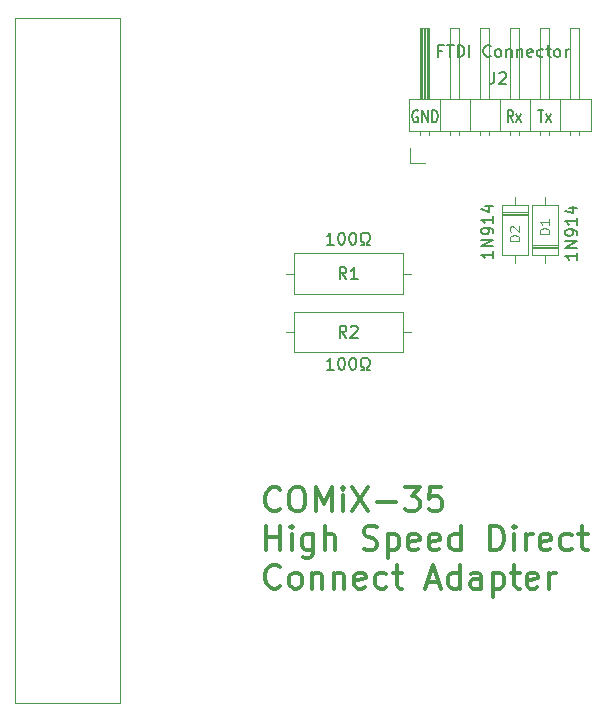
<source format=gto>
G04 #@! TF.GenerationSoftware,KiCad,Pcbnew,7.0.8*
G04 #@! TF.CreationDate,2023-11-29T17:41:25-08:00*
G04 #@! TF.ProjectId,COMiX-FTDI-Adapter,434f4d69-582d-4465-9444-492d41646170,rev?*
G04 #@! TF.SameCoordinates,Original*
G04 #@! TF.FileFunction,Legend,Top*
G04 #@! TF.FilePolarity,Positive*
%FSLAX46Y46*%
G04 Gerber Fmt 4.6, Leading zero omitted, Abs format (unit mm)*
G04 Created by KiCad (PCBNEW 7.0.8) date 2023-11-29 17:41:25*
%MOMM*%
%LPD*%
G01*
G04 APERTURE LIST*
%ADD10C,0.150000*%
%ADD11C,0.304800*%
%ADD12C,0.120000*%
%ADD13C,0.100000*%
%ADD14R,1.600000X1.600000*%
%ADD15O,1.600000X1.600000*%
%ADD16R,1.700000X1.700000*%
%ADD17O,1.700000X1.700000*%
%ADD18C,1.600000*%
%ADD19R,8.890000X1.397000*%
G04 APERTURE END LIST*
D10*
X244596664Y-97659819D02*
X244325731Y-97183628D01*
X244132207Y-97659819D02*
X244132207Y-96659819D01*
X244132207Y-96659819D02*
X244441845Y-96659819D01*
X244441845Y-96659819D02*
X244519255Y-96707438D01*
X244519255Y-96707438D02*
X244557960Y-96755057D01*
X244557960Y-96755057D02*
X244596664Y-96850295D01*
X244596664Y-96850295D02*
X244596664Y-96993152D01*
X244596664Y-96993152D02*
X244557960Y-97088390D01*
X244557960Y-97088390D02*
X244519255Y-97136009D01*
X244519255Y-97136009D02*
X244441845Y-97183628D01*
X244441845Y-97183628D02*
X244132207Y-97183628D01*
X244867598Y-97659819D02*
X245293350Y-96993152D01*
X244867598Y-96993152D02*
X245293350Y-97659819D01*
X236493460Y-96707438D02*
X236416050Y-96659819D01*
X236416050Y-96659819D02*
X236299936Y-96659819D01*
X236299936Y-96659819D02*
X236183822Y-96707438D01*
X236183822Y-96707438D02*
X236106412Y-96802676D01*
X236106412Y-96802676D02*
X236067707Y-96897914D01*
X236067707Y-96897914D02*
X236029003Y-97088390D01*
X236029003Y-97088390D02*
X236029003Y-97231247D01*
X236029003Y-97231247D02*
X236067707Y-97421723D01*
X236067707Y-97421723D02*
X236106412Y-97516961D01*
X236106412Y-97516961D02*
X236183822Y-97612200D01*
X236183822Y-97612200D02*
X236299936Y-97659819D01*
X236299936Y-97659819D02*
X236377345Y-97659819D01*
X236377345Y-97659819D02*
X236493460Y-97612200D01*
X236493460Y-97612200D02*
X236532164Y-97564580D01*
X236532164Y-97564580D02*
X236532164Y-97231247D01*
X236532164Y-97231247D02*
X236377345Y-97231247D01*
X236880507Y-97659819D02*
X236880507Y-96659819D01*
X236880507Y-96659819D02*
X237344964Y-97659819D01*
X237344964Y-97659819D02*
X237344964Y-96659819D01*
X237732012Y-97659819D02*
X237732012Y-96659819D01*
X237732012Y-96659819D02*
X237925536Y-96659819D01*
X237925536Y-96659819D02*
X238041650Y-96707438D01*
X238041650Y-96707438D02*
X238119060Y-96802676D01*
X238119060Y-96802676D02*
X238157765Y-96897914D01*
X238157765Y-96897914D02*
X238196469Y-97088390D01*
X238196469Y-97088390D02*
X238196469Y-97231247D01*
X238196469Y-97231247D02*
X238157765Y-97421723D01*
X238157765Y-97421723D02*
X238119060Y-97516961D01*
X238119060Y-97516961D02*
X238041650Y-97612200D01*
X238041650Y-97612200D02*
X237925536Y-97659819D01*
X237925536Y-97659819D02*
X237732012Y-97659819D01*
X246683093Y-96659819D02*
X247147550Y-96659819D01*
X246915322Y-97659819D02*
X246915322Y-96659819D01*
X247341074Y-97659819D02*
X247766826Y-96993152D01*
X247341074Y-96993152D02*
X247766826Y-97659819D01*
D11*
X224857478Y-130412908D02*
X224760716Y-130509670D01*
X224760716Y-130509670D02*
X224470430Y-130606431D01*
X224470430Y-130606431D02*
X224276906Y-130606431D01*
X224276906Y-130606431D02*
X223986621Y-130509670D01*
X223986621Y-130509670D02*
X223793097Y-130316146D01*
X223793097Y-130316146D02*
X223696335Y-130122622D01*
X223696335Y-130122622D02*
X223599573Y-129735574D01*
X223599573Y-129735574D02*
X223599573Y-129445289D01*
X223599573Y-129445289D02*
X223696335Y-129058241D01*
X223696335Y-129058241D02*
X223793097Y-128864717D01*
X223793097Y-128864717D02*
X223986621Y-128671193D01*
X223986621Y-128671193D02*
X224276906Y-128574431D01*
X224276906Y-128574431D02*
X224470430Y-128574431D01*
X224470430Y-128574431D02*
X224760716Y-128671193D01*
X224760716Y-128671193D02*
X224857478Y-128767955D01*
X226115383Y-128574431D02*
X226502430Y-128574431D01*
X226502430Y-128574431D02*
X226695954Y-128671193D01*
X226695954Y-128671193D02*
X226889478Y-128864717D01*
X226889478Y-128864717D02*
X226986240Y-129251765D01*
X226986240Y-129251765D02*
X226986240Y-129929098D01*
X226986240Y-129929098D02*
X226889478Y-130316146D01*
X226889478Y-130316146D02*
X226695954Y-130509670D01*
X226695954Y-130509670D02*
X226502430Y-130606431D01*
X226502430Y-130606431D02*
X226115383Y-130606431D01*
X226115383Y-130606431D02*
X225921859Y-130509670D01*
X225921859Y-130509670D02*
X225728335Y-130316146D01*
X225728335Y-130316146D02*
X225631573Y-129929098D01*
X225631573Y-129929098D02*
X225631573Y-129251765D01*
X225631573Y-129251765D02*
X225728335Y-128864717D01*
X225728335Y-128864717D02*
X225921859Y-128671193D01*
X225921859Y-128671193D02*
X226115383Y-128574431D01*
X227857097Y-130606431D02*
X227857097Y-128574431D01*
X227857097Y-128574431D02*
X228534430Y-130025860D01*
X228534430Y-130025860D02*
X229211764Y-128574431D01*
X229211764Y-128574431D02*
X229211764Y-130606431D01*
X230179383Y-130606431D02*
X230179383Y-129251765D01*
X230179383Y-128574431D02*
X230082621Y-128671193D01*
X230082621Y-128671193D02*
X230179383Y-128767955D01*
X230179383Y-128767955D02*
X230276145Y-128671193D01*
X230276145Y-128671193D02*
X230179383Y-128574431D01*
X230179383Y-128574431D02*
X230179383Y-128767955D01*
X230953478Y-128574431D02*
X232308145Y-130606431D01*
X232308145Y-128574431D02*
X230953478Y-130606431D01*
X233082240Y-129832336D02*
X234630431Y-129832336D01*
X235404526Y-128574431D02*
X236662431Y-128574431D01*
X236662431Y-128574431D02*
X235985098Y-129348527D01*
X235985098Y-129348527D02*
X236275383Y-129348527D01*
X236275383Y-129348527D02*
X236468907Y-129445289D01*
X236468907Y-129445289D02*
X236565669Y-129542050D01*
X236565669Y-129542050D02*
X236662431Y-129735574D01*
X236662431Y-129735574D02*
X236662431Y-130219384D01*
X236662431Y-130219384D02*
X236565669Y-130412908D01*
X236565669Y-130412908D02*
X236468907Y-130509670D01*
X236468907Y-130509670D02*
X236275383Y-130606431D01*
X236275383Y-130606431D02*
X235694812Y-130606431D01*
X235694812Y-130606431D02*
X235501288Y-130509670D01*
X235501288Y-130509670D02*
X235404526Y-130412908D01*
X238500907Y-128574431D02*
X237533288Y-128574431D01*
X237533288Y-128574431D02*
X237436526Y-129542050D01*
X237436526Y-129542050D02*
X237533288Y-129445289D01*
X237533288Y-129445289D02*
X237726812Y-129348527D01*
X237726812Y-129348527D02*
X238210621Y-129348527D01*
X238210621Y-129348527D02*
X238404145Y-129445289D01*
X238404145Y-129445289D02*
X238500907Y-129542050D01*
X238500907Y-129542050D02*
X238597669Y-129735574D01*
X238597669Y-129735574D02*
X238597669Y-130219384D01*
X238597669Y-130219384D02*
X238500907Y-130412908D01*
X238500907Y-130412908D02*
X238404145Y-130509670D01*
X238404145Y-130509670D02*
X238210621Y-130606431D01*
X238210621Y-130606431D02*
X237726812Y-130606431D01*
X237726812Y-130606431D02*
X237533288Y-130509670D01*
X237533288Y-130509670D02*
X237436526Y-130412908D01*
X223696335Y-133877951D02*
X223696335Y-131845951D01*
X223696335Y-132813570D02*
X224857478Y-132813570D01*
X224857478Y-133877951D02*
X224857478Y-131845951D01*
X225825097Y-133877951D02*
X225825097Y-132523285D01*
X225825097Y-131845951D02*
X225728335Y-131942713D01*
X225728335Y-131942713D02*
X225825097Y-132039475D01*
X225825097Y-132039475D02*
X225921859Y-131942713D01*
X225921859Y-131942713D02*
X225825097Y-131845951D01*
X225825097Y-131845951D02*
X225825097Y-132039475D01*
X227663573Y-132523285D02*
X227663573Y-134168237D01*
X227663573Y-134168237D02*
X227566811Y-134361761D01*
X227566811Y-134361761D02*
X227470049Y-134458523D01*
X227470049Y-134458523D02*
X227276526Y-134555285D01*
X227276526Y-134555285D02*
X226986240Y-134555285D01*
X226986240Y-134555285D02*
X226792716Y-134458523D01*
X227663573Y-133781190D02*
X227470049Y-133877951D01*
X227470049Y-133877951D02*
X227083002Y-133877951D01*
X227083002Y-133877951D02*
X226889478Y-133781190D01*
X226889478Y-133781190D02*
X226792716Y-133684428D01*
X226792716Y-133684428D02*
X226695954Y-133490904D01*
X226695954Y-133490904D02*
X226695954Y-132910332D01*
X226695954Y-132910332D02*
X226792716Y-132716809D01*
X226792716Y-132716809D02*
X226889478Y-132620047D01*
X226889478Y-132620047D02*
X227083002Y-132523285D01*
X227083002Y-132523285D02*
X227470049Y-132523285D01*
X227470049Y-132523285D02*
X227663573Y-132620047D01*
X228631192Y-133877951D02*
X228631192Y-131845951D01*
X229502049Y-133877951D02*
X229502049Y-132813570D01*
X229502049Y-132813570D02*
X229405287Y-132620047D01*
X229405287Y-132620047D02*
X229211763Y-132523285D01*
X229211763Y-132523285D02*
X228921478Y-132523285D01*
X228921478Y-132523285D02*
X228727954Y-132620047D01*
X228727954Y-132620047D02*
X228631192Y-132716809D01*
X231921096Y-133781190D02*
X232211382Y-133877951D01*
X232211382Y-133877951D02*
X232695191Y-133877951D01*
X232695191Y-133877951D02*
X232888715Y-133781190D01*
X232888715Y-133781190D02*
X232985477Y-133684428D01*
X232985477Y-133684428D02*
X233082239Y-133490904D01*
X233082239Y-133490904D02*
X233082239Y-133297380D01*
X233082239Y-133297380D02*
X232985477Y-133103856D01*
X232985477Y-133103856D02*
X232888715Y-133007094D01*
X232888715Y-133007094D02*
X232695191Y-132910332D01*
X232695191Y-132910332D02*
X232308144Y-132813570D01*
X232308144Y-132813570D02*
X232114620Y-132716809D01*
X232114620Y-132716809D02*
X232017858Y-132620047D01*
X232017858Y-132620047D02*
X231921096Y-132426523D01*
X231921096Y-132426523D02*
X231921096Y-132232999D01*
X231921096Y-132232999D02*
X232017858Y-132039475D01*
X232017858Y-132039475D02*
X232114620Y-131942713D01*
X232114620Y-131942713D02*
X232308144Y-131845951D01*
X232308144Y-131845951D02*
X232791953Y-131845951D01*
X232791953Y-131845951D02*
X233082239Y-131942713D01*
X233953096Y-132523285D02*
X233953096Y-134555285D01*
X233953096Y-132620047D02*
X234146620Y-132523285D01*
X234146620Y-132523285D02*
X234533667Y-132523285D01*
X234533667Y-132523285D02*
X234727191Y-132620047D01*
X234727191Y-132620047D02*
X234823953Y-132716809D01*
X234823953Y-132716809D02*
X234920715Y-132910332D01*
X234920715Y-132910332D02*
X234920715Y-133490904D01*
X234920715Y-133490904D02*
X234823953Y-133684428D01*
X234823953Y-133684428D02*
X234727191Y-133781190D01*
X234727191Y-133781190D02*
X234533667Y-133877951D01*
X234533667Y-133877951D02*
X234146620Y-133877951D01*
X234146620Y-133877951D02*
X233953096Y-133781190D01*
X236565667Y-133781190D02*
X236372143Y-133877951D01*
X236372143Y-133877951D02*
X235985096Y-133877951D01*
X235985096Y-133877951D02*
X235791572Y-133781190D01*
X235791572Y-133781190D02*
X235694810Y-133587666D01*
X235694810Y-133587666D02*
X235694810Y-132813570D01*
X235694810Y-132813570D02*
X235791572Y-132620047D01*
X235791572Y-132620047D02*
X235985096Y-132523285D01*
X235985096Y-132523285D02*
X236372143Y-132523285D01*
X236372143Y-132523285D02*
X236565667Y-132620047D01*
X236565667Y-132620047D02*
X236662429Y-132813570D01*
X236662429Y-132813570D02*
X236662429Y-133007094D01*
X236662429Y-133007094D02*
X235694810Y-133200618D01*
X238307381Y-133781190D02*
X238113857Y-133877951D01*
X238113857Y-133877951D02*
X237726810Y-133877951D01*
X237726810Y-133877951D02*
X237533286Y-133781190D01*
X237533286Y-133781190D02*
X237436524Y-133587666D01*
X237436524Y-133587666D02*
X237436524Y-132813570D01*
X237436524Y-132813570D02*
X237533286Y-132620047D01*
X237533286Y-132620047D02*
X237726810Y-132523285D01*
X237726810Y-132523285D02*
X238113857Y-132523285D01*
X238113857Y-132523285D02*
X238307381Y-132620047D01*
X238307381Y-132620047D02*
X238404143Y-132813570D01*
X238404143Y-132813570D02*
X238404143Y-133007094D01*
X238404143Y-133007094D02*
X237436524Y-133200618D01*
X240145857Y-133877951D02*
X240145857Y-131845951D01*
X240145857Y-133781190D02*
X239952333Y-133877951D01*
X239952333Y-133877951D02*
X239565286Y-133877951D01*
X239565286Y-133877951D02*
X239371762Y-133781190D01*
X239371762Y-133781190D02*
X239275000Y-133684428D01*
X239275000Y-133684428D02*
X239178238Y-133490904D01*
X239178238Y-133490904D02*
X239178238Y-132910332D01*
X239178238Y-132910332D02*
X239275000Y-132716809D01*
X239275000Y-132716809D02*
X239371762Y-132620047D01*
X239371762Y-132620047D02*
X239565286Y-132523285D01*
X239565286Y-132523285D02*
X239952333Y-132523285D01*
X239952333Y-132523285D02*
X240145857Y-132620047D01*
X242661666Y-133877951D02*
X242661666Y-131845951D01*
X242661666Y-131845951D02*
X243145476Y-131845951D01*
X243145476Y-131845951D02*
X243435761Y-131942713D01*
X243435761Y-131942713D02*
X243629285Y-132136237D01*
X243629285Y-132136237D02*
X243726047Y-132329761D01*
X243726047Y-132329761D02*
X243822809Y-132716809D01*
X243822809Y-132716809D02*
X243822809Y-133007094D01*
X243822809Y-133007094D02*
X243726047Y-133394142D01*
X243726047Y-133394142D02*
X243629285Y-133587666D01*
X243629285Y-133587666D02*
X243435761Y-133781190D01*
X243435761Y-133781190D02*
X243145476Y-133877951D01*
X243145476Y-133877951D02*
X242661666Y-133877951D01*
X244693666Y-133877951D02*
X244693666Y-132523285D01*
X244693666Y-131845951D02*
X244596904Y-131942713D01*
X244596904Y-131942713D02*
X244693666Y-132039475D01*
X244693666Y-132039475D02*
X244790428Y-131942713D01*
X244790428Y-131942713D02*
X244693666Y-131845951D01*
X244693666Y-131845951D02*
X244693666Y-132039475D01*
X245661285Y-133877951D02*
X245661285Y-132523285D01*
X245661285Y-132910332D02*
X245758047Y-132716809D01*
X245758047Y-132716809D02*
X245854809Y-132620047D01*
X245854809Y-132620047D02*
X246048333Y-132523285D01*
X246048333Y-132523285D02*
X246241856Y-132523285D01*
X247693285Y-133781190D02*
X247499761Y-133877951D01*
X247499761Y-133877951D02*
X247112714Y-133877951D01*
X247112714Y-133877951D02*
X246919190Y-133781190D01*
X246919190Y-133781190D02*
X246822428Y-133587666D01*
X246822428Y-133587666D02*
X246822428Y-132813570D01*
X246822428Y-132813570D02*
X246919190Y-132620047D01*
X246919190Y-132620047D02*
X247112714Y-132523285D01*
X247112714Y-132523285D02*
X247499761Y-132523285D01*
X247499761Y-132523285D02*
X247693285Y-132620047D01*
X247693285Y-132620047D02*
X247790047Y-132813570D01*
X247790047Y-132813570D02*
X247790047Y-133007094D01*
X247790047Y-133007094D02*
X246822428Y-133200618D01*
X249531761Y-133781190D02*
X249338237Y-133877951D01*
X249338237Y-133877951D02*
X248951190Y-133877951D01*
X248951190Y-133877951D02*
X248757666Y-133781190D01*
X248757666Y-133781190D02*
X248660904Y-133684428D01*
X248660904Y-133684428D02*
X248564142Y-133490904D01*
X248564142Y-133490904D02*
X248564142Y-132910332D01*
X248564142Y-132910332D02*
X248660904Y-132716809D01*
X248660904Y-132716809D02*
X248757666Y-132620047D01*
X248757666Y-132620047D02*
X248951190Y-132523285D01*
X248951190Y-132523285D02*
X249338237Y-132523285D01*
X249338237Y-132523285D02*
X249531761Y-132620047D01*
X250112332Y-132523285D02*
X250886428Y-132523285D01*
X250402618Y-131845951D02*
X250402618Y-133587666D01*
X250402618Y-133587666D02*
X250499380Y-133781190D01*
X250499380Y-133781190D02*
X250692904Y-133877951D01*
X250692904Y-133877951D02*
X250886428Y-133877951D01*
X224857478Y-136955948D02*
X224760716Y-137052710D01*
X224760716Y-137052710D02*
X224470430Y-137149471D01*
X224470430Y-137149471D02*
X224276906Y-137149471D01*
X224276906Y-137149471D02*
X223986621Y-137052710D01*
X223986621Y-137052710D02*
X223793097Y-136859186D01*
X223793097Y-136859186D02*
X223696335Y-136665662D01*
X223696335Y-136665662D02*
X223599573Y-136278614D01*
X223599573Y-136278614D02*
X223599573Y-135988329D01*
X223599573Y-135988329D02*
X223696335Y-135601281D01*
X223696335Y-135601281D02*
X223793097Y-135407757D01*
X223793097Y-135407757D02*
X223986621Y-135214233D01*
X223986621Y-135214233D02*
X224276906Y-135117471D01*
X224276906Y-135117471D02*
X224470430Y-135117471D01*
X224470430Y-135117471D02*
X224760716Y-135214233D01*
X224760716Y-135214233D02*
X224857478Y-135310995D01*
X226018621Y-137149471D02*
X225825097Y-137052710D01*
X225825097Y-137052710D02*
X225728335Y-136955948D01*
X225728335Y-136955948D02*
X225631573Y-136762424D01*
X225631573Y-136762424D02*
X225631573Y-136181852D01*
X225631573Y-136181852D02*
X225728335Y-135988329D01*
X225728335Y-135988329D02*
X225825097Y-135891567D01*
X225825097Y-135891567D02*
X226018621Y-135794805D01*
X226018621Y-135794805D02*
X226308906Y-135794805D01*
X226308906Y-135794805D02*
X226502430Y-135891567D01*
X226502430Y-135891567D02*
X226599192Y-135988329D01*
X226599192Y-135988329D02*
X226695954Y-136181852D01*
X226695954Y-136181852D02*
X226695954Y-136762424D01*
X226695954Y-136762424D02*
X226599192Y-136955948D01*
X226599192Y-136955948D02*
X226502430Y-137052710D01*
X226502430Y-137052710D02*
X226308906Y-137149471D01*
X226308906Y-137149471D02*
X226018621Y-137149471D01*
X227566811Y-135794805D02*
X227566811Y-137149471D01*
X227566811Y-135988329D02*
X227663573Y-135891567D01*
X227663573Y-135891567D02*
X227857097Y-135794805D01*
X227857097Y-135794805D02*
X228147382Y-135794805D01*
X228147382Y-135794805D02*
X228340906Y-135891567D01*
X228340906Y-135891567D02*
X228437668Y-136085090D01*
X228437668Y-136085090D02*
X228437668Y-137149471D01*
X229405287Y-135794805D02*
X229405287Y-137149471D01*
X229405287Y-135988329D02*
X229502049Y-135891567D01*
X229502049Y-135891567D02*
X229695573Y-135794805D01*
X229695573Y-135794805D02*
X229985858Y-135794805D01*
X229985858Y-135794805D02*
X230179382Y-135891567D01*
X230179382Y-135891567D02*
X230276144Y-136085090D01*
X230276144Y-136085090D02*
X230276144Y-137149471D01*
X232017858Y-137052710D02*
X231824334Y-137149471D01*
X231824334Y-137149471D02*
X231437287Y-137149471D01*
X231437287Y-137149471D02*
X231243763Y-137052710D01*
X231243763Y-137052710D02*
X231147001Y-136859186D01*
X231147001Y-136859186D02*
X231147001Y-136085090D01*
X231147001Y-136085090D02*
X231243763Y-135891567D01*
X231243763Y-135891567D02*
X231437287Y-135794805D01*
X231437287Y-135794805D02*
X231824334Y-135794805D01*
X231824334Y-135794805D02*
X232017858Y-135891567D01*
X232017858Y-135891567D02*
X232114620Y-136085090D01*
X232114620Y-136085090D02*
X232114620Y-136278614D01*
X232114620Y-136278614D02*
X231147001Y-136472138D01*
X233856334Y-137052710D02*
X233662810Y-137149471D01*
X233662810Y-137149471D02*
X233275763Y-137149471D01*
X233275763Y-137149471D02*
X233082239Y-137052710D01*
X233082239Y-137052710D02*
X232985477Y-136955948D01*
X232985477Y-136955948D02*
X232888715Y-136762424D01*
X232888715Y-136762424D02*
X232888715Y-136181852D01*
X232888715Y-136181852D02*
X232985477Y-135988329D01*
X232985477Y-135988329D02*
X233082239Y-135891567D01*
X233082239Y-135891567D02*
X233275763Y-135794805D01*
X233275763Y-135794805D02*
X233662810Y-135794805D01*
X233662810Y-135794805D02*
X233856334Y-135891567D01*
X234436905Y-135794805D02*
X235211001Y-135794805D01*
X234727191Y-135117471D02*
X234727191Y-136859186D01*
X234727191Y-136859186D02*
X234823953Y-137052710D01*
X234823953Y-137052710D02*
X235017477Y-137149471D01*
X235017477Y-137149471D02*
X235211001Y-137149471D01*
X237339762Y-136568900D02*
X238307381Y-136568900D01*
X237146238Y-137149471D02*
X237823572Y-135117471D01*
X237823572Y-135117471D02*
X238500905Y-137149471D01*
X240049095Y-137149471D02*
X240049095Y-135117471D01*
X240049095Y-137052710D02*
X239855571Y-137149471D01*
X239855571Y-137149471D02*
X239468524Y-137149471D01*
X239468524Y-137149471D02*
X239275000Y-137052710D01*
X239275000Y-137052710D02*
X239178238Y-136955948D01*
X239178238Y-136955948D02*
X239081476Y-136762424D01*
X239081476Y-136762424D02*
X239081476Y-136181852D01*
X239081476Y-136181852D02*
X239178238Y-135988329D01*
X239178238Y-135988329D02*
X239275000Y-135891567D01*
X239275000Y-135891567D02*
X239468524Y-135794805D01*
X239468524Y-135794805D02*
X239855571Y-135794805D01*
X239855571Y-135794805D02*
X240049095Y-135891567D01*
X241887571Y-137149471D02*
X241887571Y-136085090D01*
X241887571Y-136085090D02*
X241790809Y-135891567D01*
X241790809Y-135891567D02*
X241597285Y-135794805D01*
X241597285Y-135794805D02*
X241210238Y-135794805D01*
X241210238Y-135794805D02*
X241016714Y-135891567D01*
X241887571Y-137052710D02*
X241694047Y-137149471D01*
X241694047Y-137149471D02*
X241210238Y-137149471D01*
X241210238Y-137149471D02*
X241016714Y-137052710D01*
X241016714Y-137052710D02*
X240919952Y-136859186D01*
X240919952Y-136859186D02*
X240919952Y-136665662D01*
X240919952Y-136665662D02*
X241016714Y-136472138D01*
X241016714Y-136472138D02*
X241210238Y-136375376D01*
X241210238Y-136375376D02*
X241694047Y-136375376D01*
X241694047Y-136375376D02*
X241887571Y-136278614D01*
X242855190Y-135794805D02*
X242855190Y-137826805D01*
X242855190Y-135891567D02*
X243048714Y-135794805D01*
X243048714Y-135794805D02*
X243435761Y-135794805D01*
X243435761Y-135794805D02*
X243629285Y-135891567D01*
X243629285Y-135891567D02*
X243726047Y-135988329D01*
X243726047Y-135988329D02*
X243822809Y-136181852D01*
X243822809Y-136181852D02*
X243822809Y-136762424D01*
X243822809Y-136762424D02*
X243726047Y-136955948D01*
X243726047Y-136955948D02*
X243629285Y-137052710D01*
X243629285Y-137052710D02*
X243435761Y-137149471D01*
X243435761Y-137149471D02*
X243048714Y-137149471D01*
X243048714Y-137149471D02*
X242855190Y-137052710D01*
X244403380Y-135794805D02*
X245177476Y-135794805D01*
X244693666Y-135117471D02*
X244693666Y-136859186D01*
X244693666Y-136859186D02*
X244790428Y-137052710D01*
X244790428Y-137052710D02*
X244983952Y-137149471D01*
X244983952Y-137149471D02*
X245177476Y-137149471D01*
X246628904Y-137052710D02*
X246435380Y-137149471D01*
X246435380Y-137149471D02*
X246048333Y-137149471D01*
X246048333Y-137149471D02*
X245854809Y-137052710D01*
X245854809Y-137052710D02*
X245758047Y-136859186D01*
X245758047Y-136859186D02*
X245758047Y-136085090D01*
X245758047Y-136085090D02*
X245854809Y-135891567D01*
X245854809Y-135891567D02*
X246048333Y-135794805D01*
X246048333Y-135794805D02*
X246435380Y-135794805D01*
X246435380Y-135794805D02*
X246628904Y-135891567D01*
X246628904Y-135891567D02*
X246725666Y-136085090D01*
X246725666Y-136085090D02*
X246725666Y-136278614D01*
X246725666Y-136278614D02*
X245758047Y-136472138D01*
X247596523Y-137149471D02*
X247596523Y-135794805D01*
X247596523Y-136181852D02*
X247693285Y-135988329D01*
X247693285Y-135988329D02*
X247790047Y-135891567D01*
X247790047Y-135891567D02*
X247983571Y-135794805D01*
X247983571Y-135794805D02*
X248177094Y-135794805D01*
D10*
X250009819Y-108727666D02*
X250009819Y-109299094D01*
X250009819Y-109013380D02*
X249009819Y-109013380D01*
X249009819Y-109013380D02*
X249152676Y-109108618D01*
X249152676Y-109108618D02*
X249247914Y-109203856D01*
X249247914Y-109203856D02*
X249295533Y-109299094D01*
X250009819Y-108299094D02*
X249009819Y-108299094D01*
X249009819Y-108299094D02*
X250009819Y-107727666D01*
X250009819Y-107727666D02*
X249009819Y-107727666D01*
X250009819Y-107203856D02*
X250009819Y-107013380D01*
X250009819Y-107013380D02*
X249962200Y-106918142D01*
X249962200Y-106918142D02*
X249914580Y-106870523D01*
X249914580Y-106870523D02*
X249771723Y-106775285D01*
X249771723Y-106775285D02*
X249581247Y-106727666D01*
X249581247Y-106727666D02*
X249200295Y-106727666D01*
X249200295Y-106727666D02*
X249105057Y-106775285D01*
X249105057Y-106775285D02*
X249057438Y-106822904D01*
X249057438Y-106822904D02*
X249009819Y-106918142D01*
X249009819Y-106918142D02*
X249009819Y-107108618D01*
X249009819Y-107108618D02*
X249057438Y-107203856D01*
X249057438Y-107203856D02*
X249105057Y-107251475D01*
X249105057Y-107251475D02*
X249200295Y-107299094D01*
X249200295Y-107299094D02*
X249438390Y-107299094D01*
X249438390Y-107299094D02*
X249533628Y-107251475D01*
X249533628Y-107251475D02*
X249581247Y-107203856D01*
X249581247Y-107203856D02*
X249628866Y-107108618D01*
X249628866Y-107108618D02*
X249628866Y-106918142D01*
X249628866Y-106918142D02*
X249581247Y-106822904D01*
X249581247Y-106822904D02*
X249533628Y-106775285D01*
X249533628Y-106775285D02*
X249438390Y-106727666D01*
X250009819Y-105775285D02*
X250009819Y-106346713D01*
X250009819Y-106060999D02*
X249009819Y-106060999D01*
X249009819Y-106060999D02*
X249152676Y-106156237D01*
X249152676Y-106156237D02*
X249247914Y-106251475D01*
X249247914Y-106251475D02*
X249295533Y-106346713D01*
X249343152Y-104918142D02*
X250009819Y-104918142D01*
X248962200Y-105156237D02*
X249676485Y-105394332D01*
X249676485Y-105394332D02*
X249676485Y-104775285D01*
D12*
X247632855Y-107097475D02*
X246832855Y-107097475D01*
X246832855Y-107097475D02*
X246832855Y-106906999D01*
X246832855Y-106906999D02*
X246870950Y-106792713D01*
X246870950Y-106792713D02*
X246947140Y-106716523D01*
X246947140Y-106716523D02*
X247023331Y-106678428D01*
X247023331Y-106678428D02*
X247175712Y-106640332D01*
X247175712Y-106640332D02*
X247289998Y-106640332D01*
X247289998Y-106640332D02*
X247442379Y-106678428D01*
X247442379Y-106678428D02*
X247518569Y-106716523D01*
X247518569Y-106716523D02*
X247594760Y-106792713D01*
X247594760Y-106792713D02*
X247632855Y-106906999D01*
X247632855Y-106906999D02*
X247632855Y-107097475D01*
X247632855Y-105878428D02*
X247632855Y-106335571D01*
X247632855Y-106106999D02*
X246832855Y-106106999D01*
X246832855Y-106106999D02*
X246947140Y-106183190D01*
X246947140Y-106183190D02*
X247023331Y-106259380D01*
X247023331Y-106259380D02*
X247061426Y-106335571D01*
D10*
X242998666Y-93434819D02*
X242998666Y-94149104D01*
X242998666Y-94149104D02*
X242951047Y-94291961D01*
X242951047Y-94291961D02*
X242855809Y-94387200D01*
X242855809Y-94387200D02*
X242712952Y-94434819D01*
X242712952Y-94434819D02*
X242617714Y-94434819D01*
X243427238Y-93530057D02*
X243474857Y-93482438D01*
X243474857Y-93482438D02*
X243570095Y-93434819D01*
X243570095Y-93434819D02*
X243808190Y-93434819D01*
X243808190Y-93434819D02*
X243903428Y-93482438D01*
X243903428Y-93482438D02*
X243951047Y-93530057D01*
X243951047Y-93530057D02*
X243998666Y-93625295D01*
X243998666Y-93625295D02*
X243998666Y-93720533D01*
X243998666Y-93720533D02*
X243951047Y-93863390D01*
X243951047Y-93863390D02*
X243379619Y-94434819D01*
X243379619Y-94434819D02*
X243998666Y-94434819D01*
X238593951Y-91625009D02*
X238260618Y-91625009D01*
X238260618Y-92148819D02*
X238260618Y-91148819D01*
X238260618Y-91148819D02*
X238736808Y-91148819D01*
X238974904Y-91148819D02*
X239546332Y-91148819D01*
X239260618Y-92148819D02*
X239260618Y-91148819D01*
X239879666Y-92148819D02*
X239879666Y-91148819D01*
X239879666Y-91148819D02*
X240117761Y-91148819D01*
X240117761Y-91148819D02*
X240260618Y-91196438D01*
X240260618Y-91196438D02*
X240355856Y-91291676D01*
X240355856Y-91291676D02*
X240403475Y-91386914D01*
X240403475Y-91386914D02*
X240451094Y-91577390D01*
X240451094Y-91577390D02*
X240451094Y-91720247D01*
X240451094Y-91720247D02*
X240403475Y-91910723D01*
X240403475Y-91910723D02*
X240355856Y-92005961D01*
X240355856Y-92005961D02*
X240260618Y-92101200D01*
X240260618Y-92101200D02*
X240117761Y-92148819D01*
X240117761Y-92148819D02*
X239879666Y-92148819D01*
X240879666Y-92148819D02*
X240879666Y-91148819D01*
X242689189Y-92053580D02*
X242641570Y-92101200D01*
X242641570Y-92101200D02*
X242498713Y-92148819D01*
X242498713Y-92148819D02*
X242403475Y-92148819D01*
X242403475Y-92148819D02*
X242260618Y-92101200D01*
X242260618Y-92101200D02*
X242165380Y-92005961D01*
X242165380Y-92005961D02*
X242117761Y-91910723D01*
X242117761Y-91910723D02*
X242070142Y-91720247D01*
X242070142Y-91720247D02*
X242070142Y-91577390D01*
X242070142Y-91577390D02*
X242117761Y-91386914D01*
X242117761Y-91386914D02*
X242165380Y-91291676D01*
X242165380Y-91291676D02*
X242260618Y-91196438D01*
X242260618Y-91196438D02*
X242403475Y-91148819D01*
X242403475Y-91148819D02*
X242498713Y-91148819D01*
X242498713Y-91148819D02*
X242641570Y-91196438D01*
X242641570Y-91196438D02*
X242689189Y-91244057D01*
X243260618Y-92148819D02*
X243165380Y-92101200D01*
X243165380Y-92101200D02*
X243117761Y-92053580D01*
X243117761Y-92053580D02*
X243070142Y-91958342D01*
X243070142Y-91958342D02*
X243070142Y-91672628D01*
X243070142Y-91672628D02*
X243117761Y-91577390D01*
X243117761Y-91577390D02*
X243165380Y-91529771D01*
X243165380Y-91529771D02*
X243260618Y-91482152D01*
X243260618Y-91482152D02*
X243403475Y-91482152D01*
X243403475Y-91482152D02*
X243498713Y-91529771D01*
X243498713Y-91529771D02*
X243546332Y-91577390D01*
X243546332Y-91577390D02*
X243593951Y-91672628D01*
X243593951Y-91672628D02*
X243593951Y-91958342D01*
X243593951Y-91958342D02*
X243546332Y-92053580D01*
X243546332Y-92053580D02*
X243498713Y-92101200D01*
X243498713Y-92101200D02*
X243403475Y-92148819D01*
X243403475Y-92148819D02*
X243260618Y-92148819D01*
X244022523Y-91482152D02*
X244022523Y-92148819D01*
X244022523Y-91577390D02*
X244070142Y-91529771D01*
X244070142Y-91529771D02*
X244165380Y-91482152D01*
X244165380Y-91482152D02*
X244308237Y-91482152D01*
X244308237Y-91482152D02*
X244403475Y-91529771D01*
X244403475Y-91529771D02*
X244451094Y-91625009D01*
X244451094Y-91625009D02*
X244451094Y-92148819D01*
X244927285Y-91482152D02*
X244927285Y-92148819D01*
X244927285Y-91577390D02*
X244974904Y-91529771D01*
X244974904Y-91529771D02*
X245070142Y-91482152D01*
X245070142Y-91482152D02*
X245212999Y-91482152D01*
X245212999Y-91482152D02*
X245308237Y-91529771D01*
X245308237Y-91529771D02*
X245355856Y-91625009D01*
X245355856Y-91625009D02*
X245355856Y-92148819D01*
X246212999Y-92101200D02*
X246117761Y-92148819D01*
X246117761Y-92148819D02*
X245927285Y-92148819D01*
X245927285Y-92148819D02*
X245832047Y-92101200D01*
X245832047Y-92101200D02*
X245784428Y-92005961D01*
X245784428Y-92005961D02*
X245784428Y-91625009D01*
X245784428Y-91625009D02*
X245832047Y-91529771D01*
X245832047Y-91529771D02*
X245927285Y-91482152D01*
X245927285Y-91482152D02*
X246117761Y-91482152D01*
X246117761Y-91482152D02*
X246212999Y-91529771D01*
X246212999Y-91529771D02*
X246260618Y-91625009D01*
X246260618Y-91625009D02*
X246260618Y-91720247D01*
X246260618Y-91720247D02*
X245784428Y-91815485D01*
X247117761Y-92101200D02*
X247022523Y-92148819D01*
X247022523Y-92148819D02*
X246832047Y-92148819D01*
X246832047Y-92148819D02*
X246736809Y-92101200D01*
X246736809Y-92101200D02*
X246689190Y-92053580D01*
X246689190Y-92053580D02*
X246641571Y-91958342D01*
X246641571Y-91958342D02*
X246641571Y-91672628D01*
X246641571Y-91672628D02*
X246689190Y-91577390D01*
X246689190Y-91577390D02*
X246736809Y-91529771D01*
X246736809Y-91529771D02*
X246832047Y-91482152D01*
X246832047Y-91482152D02*
X247022523Y-91482152D01*
X247022523Y-91482152D02*
X247117761Y-91529771D01*
X247403476Y-91482152D02*
X247784428Y-91482152D01*
X247546333Y-91148819D02*
X247546333Y-92005961D01*
X247546333Y-92005961D02*
X247593952Y-92101200D01*
X247593952Y-92101200D02*
X247689190Y-92148819D01*
X247689190Y-92148819D02*
X247784428Y-92148819D01*
X248260619Y-92148819D02*
X248165381Y-92101200D01*
X248165381Y-92101200D02*
X248117762Y-92053580D01*
X248117762Y-92053580D02*
X248070143Y-91958342D01*
X248070143Y-91958342D02*
X248070143Y-91672628D01*
X248070143Y-91672628D02*
X248117762Y-91577390D01*
X248117762Y-91577390D02*
X248165381Y-91529771D01*
X248165381Y-91529771D02*
X248260619Y-91482152D01*
X248260619Y-91482152D02*
X248403476Y-91482152D01*
X248403476Y-91482152D02*
X248498714Y-91529771D01*
X248498714Y-91529771D02*
X248546333Y-91577390D01*
X248546333Y-91577390D02*
X248593952Y-91672628D01*
X248593952Y-91672628D02*
X248593952Y-91958342D01*
X248593952Y-91958342D02*
X248546333Y-92053580D01*
X248546333Y-92053580D02*
X248498714Y-92101200D01*
X248498714Y-92101200D02*
X248403476Y-92148819D01*
X248403476Y-92148819D02*
X248260619Y-92148819D01*
X249022524Y-92148819D02*
X249022524Y-91482152D01*
X249022524Y-91672628D02*
X249070143Y-91577390D01*
X249070143Y-91577390D02*
X249117762Y-91529771D01*
X249117762Y-91529771D02*
X249213000Y-91482152D01*
X249213000Y-91482152D02*
X249308238Y-91482152D01*
X229393904Y-118617819D02*
X228822476Y-118617819D01*
X229108190Y-118617819D02*
X229108190Y-117617819D01*
X229108190Y-117617819D02*
X229012952Y-117760676D01*
X229012952Y-117760676D02*
X228917714Y-117855914D01*
X228917714Y-117855914D02*
X228822476Y-117903533D01*
X230012952Y-117617819D02*
X230108190Y-117617819D01*
X230108190Y-117617819D02*
X230203428Y-117665438D01*
X230203428Y-117665438D02*
X230251047Y-117713057D01*
X230251047Y-117713057D02*
X230298666Y-117808295D01*
X230298666Y-117808295D02*
X230346285Y-117998771D01*
X230346285Y-117998771D02*
X230346285Y-118236866D01*
X230346285Y-118236866D02*
X230298666Y-118427342D01*
X230298666Y-118427342D02*
X230251047Y-118522580D01*
X230251047Y-118522580D02*
X230203428Y-118570200D01*
X230203428Y-118570200D02*
X230108190Y-118617819D01*
X230108190Y-118617819D02*
X230012952Y-118617819D01*
X230012952Y-118617819D02*
X229917714Y-118570200D01*
X229917714Y-118570200D02*
X229870095Y-118522580D01*
X229870095Y-118522580D02*
X229822476Y-118427342D01*
X229822476Y-118427342D02*
X229774857Y-118236866D01*
X229774857Y-118236866D02*
X229774857Y-117998771D01*
X229774857Y-117998771D02*
X229822476Y-117808295D01*
X229822476Y-117808295D02*
X229870095Y-117713057D01*
X229870095Y-117713057D02*
X229917714Y-117665438D01*
X229917714Y-117665438D02*
X230012952Y-117617819D01*
X230965333Y-117617819D02*
X231060571Y-117617819D01*
X231060571Y-117617819D02*
X231155809Y-117665438D01*
X231155809Y-117665438D02*
X231203428Y-117713057D01*
X231203428Y-117713057D02*
X231251047Y-117808295D01*
X231251047Y-117808295D02*
X231298666Y-117998771D01*
X231298666Y-117998771D02*
X231298666Y-118236866D01*
X231298666Y-118236866D02*
X231251047Y-118427342D01*
X231251047Y-118427342D02*
X231203428Y-118522580D01*
X231203428Y-118522580D02*
X231155809Y-118570200D01*
X231155809Y-118570200D02*
X231060571Y-118617819D01*
X231060571Y-118617819D02*
X230965333Y-118617819D01*
X230965333Y-118617819D02*
X230870095Y-118570200D01*
X230870095Y-118570200D02*
X230822476Y-118522580D01*
X230822476Y-118522580D02*
X230774857Y-118427342D01*
X230774857Y-118427342D02*
X230727238Y-118236866D01*
X230727238Y-118236866D02*
X230727238Y-117998771D01*
X230727238Y-117998771D02*
X230774857Y-117808295D01*
X230774857Y-117808295D02*
X230822476Y-117713057D01*
X230822476Y-117713057D02*
X230870095Y-117665438D01*
X230870095Y-117665438D02*
X230965333Y-117617819D01*
X231679619Y-118617819D02*
X231917714Y-118617819D01*
X231917714Y-118617819D02*
X231917714Y-118427342D01*
X231917714Y-118427342D02*
X231822476Y-118379723D01*
X231822476Y-118379723D02*
X231727238Y-118284485D01*
X231727238Y-118284485D02*
X231679619Y-118141628D01*
X231679619Y-118141628D02*
X231679619Y-117903533D01*
X231679619Y-117903533D02*
X231727238Y-117760676D01*
X231727238Y-117760676D02*
X231822476Y-117665438D01*
X231822476Y-117665438D02*
X231965333Y-117617819D01*
X231965333Y-117617819D02*
X232155809Y-117617819D01*
X232155809Y-117617819D02*
X232298666Y-117665438D01*
X232298666Y-117665438D02*
X232393904Y-117760676D01*
X232393904Y-117760676D02*
X232441523Y-117903533D01*
X232441523Y-117903533D02*
X232441523Y-118141628D01*
X232441523Y-118141628D02*
X232393904Y-118284485D01*
X232393904Y-118284485D02*
X232298666Y-118379723D01*
X232298666Y-118379723D02*
X232203428Y-118427342D01*
X232203428Y-118427342D02*
X232203428Y-118617819D01*
X232203428Y-118617819D02*
X232441523Y-118617819D01*
X230465333Y-115897819D02*
X230132000Y-115421628D01*
X229893905Y-115897819D02*
X229893905Y-114897819D01*
X229893905Y-114897819D02*
X230274857Y-114897819D01*
X230274857Y-114897819D02*
X230370095Y-114945438D01*
X230370095Y-114945438D02*
X230417714Y-114993057D01*
X230417714Y-114993057D02*
X230465333Y-115088295D01*
X230465333Y-115088295D02*
X230465333Y-115231152D01*
X230465333Y-115231152D02*
X230417714Y-115326390D01*
X230417714Y-115326390D02*
X230370095Y-115374009D01*
X230370095Y-115374009D02*
X230274857Y-115421628D01*
X230274857Y-115421628D02*
X229893905Y-115421628D01*
X230846286Y-114993057D02*
X230893905Y-114945438D01*
X230893905Y-114945438D02*
X230989143Y-114897819D01*
X230989143Y-114897819D02*
X231227238Y-114897819D01*
X231227238Y-114897819D02*
X231322476Y-114945438D01*
X231322476Y-114945438D02*
X231370095Y-114993057D01*
X231370095Y-114993057D02*
X231417714Y-115088295D01*
X231417714Y-115088295D02*
X231417714Y-115183533D01*
X231417714Y-115183533D02*
X231370095Y-115326390D01*
X231370095Y-115326390D02*
X230798667Y-115897819D01*
X230798667Y-115897819D02*
X231417714Y-115897819D01*
X229393904Y-108023819D02*
X228822476Y-108023819D01*
X229108190Y-108023819D02*
X229108190Y-107023819D01*
X229108190Y-107023819D02*
X229012952Y-107166676D01*
X229012952Y-107166676D02*
X228917714Y-107261914D01*
X228917714Y-107261914D02*
X228822476Y-107309533D01*
X230012952Y-107023819D02*
X230108190Y-107023819D01*
X230108190Y-107023819D02*
X230203428Y-107071438D01*
X230203428Y-107071438D02*
X230251047Y-107119057D01*
X230251047Y-107119057D02*
X230298666Y-107214295D01*
X230298666Y-107214295D02*
X230346285Y-107404771D01*
X230346285Y-107404771D02*
X230346285Y-107642866D01*
X230346285Y-107642866D02*
X230298666Y-107833342D01*
X230298666Y-107833342D02*
X230251047Y-107928580D01*
X230251047Y-107928580D02*
X230203428Y-107976200D01*
X230203428Y-107976200D02*
X230108190Y-108023819D01*
X230108190Y-108023819D02*
X230012952Y-108023819D01*
X230012952Y-108023819D02*
X229917714Y-107976200D01*
X229917714Y-107976200D02*
X229870095Y-107928580D01*
X229870095Y-107928580D02*
X229822476Y-107833342D01*
X229822476Y-107833342D02*
X229774857Y-107642866D01*
X229774857Y-107642866D02*
X229774857Y-107404771D01*
X229774857Y-107404771D02*
X229822476Y-107214295D01*
X229822476Y-107214295D02*
X229870095Y-107119057D01*
X229870095Y-107119057D02*
X229917714Y-107071438D01*
X229917714Y-107071438D02*
X230012952Y-107023819D01*
X230965333Y-107023819D02*
X231060571Y-107023819D01*
X231060571Y-107023819D02*
X231155809Y-107071438D01*
X231155809Y-107071438D02*
X231203428Y-107119057D01*
X231203428Y-107119057D02*
X231251047Y-107214295D01*
X231251047Y-107214295D02*
X231298666Y-107404771D01*
X231298666Y-107404771D02*
X231298666Y-107642866D01*
X231298666Y-107642866D02*
X231251047Y-107833342D01*
X231251047Y-107833342D02*
X231203428Y-107928580D01*
X231203428Y-107928580D02*
X231155809Y-107976200D01*
X231155809Y-107976200D02*
X231060571Y-108023819D01*
X231060571Y-108023819D02*
X230965333Y-108023819D01*
X230965333Y-108023819D02*
X230870095Y-107976200D01*
X230870095Y-107976200D02*
X230822476Y-107928580D01*
X230822476Y-107928580D02*
X230774857Y-107833342D01*
X230774857Y-107833342D02*
X230727238Y-107642866D01*
X230727238Y-107642866D02*
X230727238Y-107404771D01*
X230727238Y-107404771D02*
X230774857Y-107214295D01*
X230774857Y-107214295D02*
X230822476Y-107119057D01*
X230822476Y-107119057D02*
X230870095Y-107071438D01*
X230870095Y-107071438D02*
X230965333Y-107023819D01*
X231679619Y-108023819D02*
X231917714Y-108023819D01*
X231917714Y-108023819D02*
X231917714Y-107833342D01*
X231917714Y-107833342D02*
X231822476Y-107785723D01*
X231822476Y-107785723D02*
X231727238Y-107690485D01*
X231727238Y-107690485D02*
X231679619Y-107547628D01*
X231679619Y-107547628D02*
X231679619Y-107309533D01*
X231679619Y-107309533D02*
X231727238Y-107166676D01*
X231727238Y-107166676D02*
X231822476Y-107071438D01*
X231822476Y-107071438D02*
X231965333Y-107023819D01*
X231965333Y-107023819D02*
X232155809Y-107023819D01*
X232155809Y-107023819D02*
X232298666Y-107071438D01*
X232298666Y-107071438D02*
X232393904Y-107166676D01*
X232393904Y-107166676D02*
X232441523Y-107309533D01*
X232441523Y-107309533D02*
X232441523Y-107547628D01*
X232441523Y-107547628D02*
X232393904Y-107690485D01*
X232393904Y-107690485D02*
X232298666Y-107785723D01*
X232298666Y-107785723D02*
X232203428Y-107833342D01*
X232203428Y-107833342D02*
X232203428Y-108023819D01*
X232203428Y-108023819D02*
X232441523Y-108023819D01*
X230465333Y-110944819D02*
X230132000Y-110468628D01*
X229893905Y-110944819D02*
X229893905Y-109944819D01*
X229893905Y-109944819D02*
X230274857Y-109944819D01*
X230274857Y-109944819D02*
X230370095Y-109992438D01*
X230370095Y-109992438D02*
X230417714Y-110040057D01*
X230417714Y-110040057D02*
X230465333Y-110135295D01*
X230465333Y-110135295D02*
X230465333Y-110278152D01*
X230465333Y-110278152D02*
X230417714Y-110373390D01*
X230417714Y-110373390D02*
X230370095Y-110421009D01*
X230370095Y-110421009D02*
X230274857Y-110468628D01*
X230274857Y-110468628D02*
X229893905Y-110468628D01*
X231417714Y-110944819D02*
X230846286Y-110944819D01*
X231132000Y-110944819D02*
X231132000Y-109944819D01*
X231132000Y-109944819D02*
X231036762Y-110087676D01*
X231036762Y-110087676D02*
X230941524Y-110182914D01*
X230941524Y-110182914D02*
X230846286Y-110230533D01*
X242897819Y-108600666D02*
X242897819Y-109172094D01*
X242897819Y-108886380D02*
X241897819Y-108886380D01*
X241897819Y-108886380D02*
X242040676Y-108981618D01*
X242040676Y-108981618D02*
X242135914Y-109076856D01*
X242135914Y-109076856D02*
X242183533Y-109172094D01*
X242897819Y-108172094D02*
X241897819Y-108172094D01*
X241897819Y-108172094D02*
X242897819Y-107600666D01*
X242897819Y-107600666D02*
X241897819Y-107600666D01*
X242897819Y-107076856D02*
X242897819Y-106886380D01*
X242897819Y-106886380D02*
X242850200Y-106791142D01*
X242850200Y-106791142D02*
X242802580Y-106743523D01*
X242802580Y-106743523D02*
X242659723Y-106648285D01*
X242659723Y-106648285D02*
X242469247Y-106600666D01*
X242469247Y-106600666D02*
X242088295Y-106600666D01*
X242088295Y-106600666D02*
X241993057Y-106648285D01*
X241993057Y-106648285D02*
X241945438Y-106695904D01*
X241945438Y-106695904D02*
X241897819Y-106791142D01*
X241897819Y-106791142D02*
X241897819Y-106981618D01*
X241897819Y-106981618D02*
X241945438Y-107076856D01*
X241945438Y-107076856D02*
X241993057Y-107124475D01*
X241993057Y-107124475D02*
X242088295Y-107172094D01*
X242088295Y-107172094D02*
X242326390Y-107172094D01*
X242326390Y-107172094D02*
X242421628Y-107124475D01*
X242421628Y-107124475D02*
X242469247Y-107076856D01*
X242469247Y-107076856D02*
X242516866Y-106981618D01*
X242516866Y-106981618D02*
X242516866Y-106791142D01*
X242516866Y-106791142D02*
X242469247Y-106695904D01*
X242469247Y-106695904D02*
X242421628Y-106648285D01*
X242421628Y-106648285D02*
X242326390Y-106600666D01*
X242897819Y-105648285D02*
X242897819Y-106219713D01*
X242897819Y-105933999D02*
X241897819Y-105933999D01*
X241897819Y-105933999D02*
X242040676Y-106029237D01*
X242040676Y-106029237D02*
X242135914Y-106124475D01*
X242135914Y-106124475D02*
X242183533Y-106219713D01*
X242231152Y-104791142D02*
X242897819Y-104791142D01*
X241850200Y-105029237D02*
X242564485Y-105267332D01*
X242564485Y-105267332D02*
X242564485Y-104648285D01*
D12*
X245092855Y-107697475D02*
X244292855Y-107697475D01*
X244292855Y-107697475D02*
X244292855Y-107506999D01*
X244292855Y-107506999D02*
X244330950Y-107392713D01*
X244330950Y-107392713D02*
X244407140Y-107316523D01*
X244407140Y-107316523D02*
X244483331Y-107278428D01*
X244483331Y-107278428D02*
X244635712Y-107240332D01*
X244635712Y-107240332D02*
X244749998Y-107240332D01*
X244749998Y-107240332D02*
X244902379Y-107278428D01*
X244902379Y-107278428D02*
X244978569Y-107316523D01*
X244978569Y-107316523D02*
X245054760Y-107392713D01*
X245054760Y-107392713D02*
X245092855Y-107506999D01*
X245092855Y-107506999D02*
X245092855Y-107697475D01*
X244369045Y-106935571D02*
X244330950Y-106897475D01*
X244330950Y-106897475D02*
X244292855Y-106821285D01*
X244292855Y-106821285D02*
X244292855Y-106630809D01*
X244292855Y-106630809D02*
X244330950Y-106554618D01*
X244330950Y-106554618D02*
X244369045Y-106516523D01*
X244369045Y-106516523D02*
X244445236Y-106478428D01*
X244445236Y-106478428D02*
X244521426Y-106478428D01*
X244521426Y-106478428D02*
X244635712Y-106516523D01*
X244635712Y-106516523D02*
X245092855Y-106973666D01*
X245092855Y-106973666D02*
X245092855Y-106478428D01*
X247269000Y-109577000D02*
X247269000Y-108927000D01*
X246149000Y-108927000D02*
X248389000Y-108927000D01*
X248389000Y-108927000D02*
X248389000Y-104687000D01*
X246149000Y-108327000D02*
X248389000Y-108327000D01*
X246149000Y-108207000D02*
X248389000Y-108207000D01*
X246149000Y-108087000D02*
X248389000Y-108087000D01*
X246149000Y-104687000D02*
X246149000Y-108927000D01*
X248389000Y-104687000D02*
X246149000Y-104687000D01*
X247269000Y-104037000D02*
X247269000Y-104687000D01*
X235839000Y-101092000D02*
X235839000Y-99822000D01*
X237109000Y-101092000D02*
X235839000Y-101092000D01*
X239269000Y-98779071D02*
X239269000Y-98382000D01*
X240029000Y-98779071D02*
X240029000Y-98382000D01*
X241809000Y-98779071D02*
X241809000Y-98382000D01*
X242569000Y-98779071D02*
X242569000Y-98382000D01*
X244349000Y-98779071D02*
X244349000Y-98382000D01*
X245109000Y-98779071D02*
X245109000Y-98382000D01*
X246889000Y-98779071D02*
X246889000Y-98382000D01*
X247649000Y-98779071D02*
X247649000Y-98382000D01*
X249429000Y-98779071D02*
X249429000Y-98382000D01*
X250189000Y-98779071D02*
X250189000Y-98382000D01*
X236729000Y-98712000D02*
X236729000Y-98382000D01*
X237489000Y-98712000D02*
X237489000Y-98382000D01*
X235779000Y-98382000D02*
X251139000Y-98382000D01*
X238379000Y-98382000D02*
X238379000Y-95722000D01*
X240919000Y-98382000D02*
X240919000Y-95722000D01*
X243459000Y-98382000D02*
X243459000Y-95722000D01*
X245999000Y-98382000D02*
X245999000Y-95722000D01*
X248539000Y-98382000D02*
X248539000Y-95722000D01*
X251139000Y-98382000D02*
X251139000Y-95722000D01*
X235779000Y-95722000D02*
X235779000Y-98382000D01*
X236729000Y-95722000D02*
X236729000Y-89722000D01*
X236789000Y-95722000D02*
X236789000Y-89722000D01*
X236909000Y-95722000D02*
X236909000Y-89722000D01*
X237029000Y-95722000D02*
X237029000Y-89722000D01*
X237149000Y-95722000D02*
X237149000Y-89722000D01*
X237269000Y-95722000D02*
X237269000Y-89722000D01*
X237389000Y-95722000D02*
X237389000Y-89722000D01*
X239269000Y-95722000D02*
X239269000Y-89722000D01*
X241809000Y-95722000D02*
X241809000Y-89722000D01*
X244349000Y-95722000D02*
X244349000Y-89722000D01*
X246889000Y-95722000D02*
X246889000Y-89722000D01*
X249429000Y-95722000D02*
X249429000Y-89722000D01*
X251139000Y-95722000D02*
X235779000Y-95722000D01*
X236729000Y-89722000D02*
X237489000Y-89722000D01*
X237489000Y-89722000D02*
X237489000Y-95722000D01*
X239269000Y-89722000D02*
X240029000Y-89722000D01*
X240029000Y-89722000D02*
X240029000Y-95722000D01*
X241809000Y-89722000D02*
X242569000Y-89722000D01*
X242569000Y-89722000D02*
X242569000Y-95722000D01*
X244349000Y-89722000D02*
X245109000Y-89722000D01*
X245109000Y-89722000D02*
X245109000Y-95722000D01*
X246889000Y-89722000D02*
X247649000Y-89722000D01*
X247649000Y-89722000D02*
X247649000Y-95722000D01*
X249429000Y-89722000D02*
X250189000Y-89722000D01*
X250189000Y-89722000D02*
X250189000Y-95722000D01*
X225322000Y-115443000D02*
X226012000Y-115443000D01*
X226012000Y-113723000D02*
X226012000Y-117163000D01*
X226012000Y-117163000D02*
X235252000Y-117163000D01*
X235252000Y-113723000D02*
X226012000Y-113723000D01*
X235252000Y-117163000D02*
X235252000Y-113723000D01*
X235942000Y-115443000D02*
X235252000Y-115443000D01*
X225322000Y-110490000D02*
X226012000Y-110490000D01*
X226012000Y-108770000D02*
X226012000Y-112210000D01*
X226012000Y-112210000D02*
X235252000Y-112210000D01*
X235252000Y-108770000D02*
X226012000Y-108770000D01*
X235252000Y-112210000D02*
X235252000Y-108770000D01*
X235942000Y-110490000D02*
X235252000Y-110490000D01*
X244729000Y-104037000D02*
X244729000Y-104687000D01*
X245849000Y-104687000D02*
X243609000Y-104687000D01*
X243609000Y-104687000D02*
X243609000Y-108927000D01*
X245849000Y-105287000D02*
X243609000Y-105287000D01*
X245849000Y-105407000D02*
X243609000Y-105407000D01*
X245849000Y-105527000D02*
X243609000Y-105527000D01*
X245849000Y-108927000D02*
X245849000Y-104687000D01*
X243609000Y-108927000D02*
X245849000Y-108927000D01*
X244729000Y-109577000D02*
X244729000Y-108927000D01*
D13*
X202412600Y-146862800D02*
X211302600Y-146862800D01*
X211302600Y-146862800D02*
X211302600Y-88849200D01*
X211302600Y-88849200D02*
X202412600Y-88849200D01*
X202412600Y-88849200D02*
X202412600Y-146862800D01*
%LPC*%
D14*
X247269000Y-110617000D03*
D15*
X247269000Y-102997000D03*
D16*
X237109000Y-99822000D03*
D17*
X239649000Y-99822000D03*
X242189000Y-99822000D03*
X244729000Y-99822000D03*
X247269000Y-99822000D03*
X249809000Y-99822000D03*
D18*
X224282000Y-115443000D03*
D15*
X236982000Y-115443000D03*
D18*
X224282000Y-110490000D03*
D15*
X236982000Y-110490000D03*
D14*
X244729000Y-102997000D03*
D15*
X244729000Y-110617000D03*
D19*
X206883000Y-91186000D03*
X206883000Y-93726000D03*
X206883000Y-96266000D03*
X206883000Y-98806000D03*
X206883000Y-101346000D03*
X206883000Y-103886000D03*
X206883000Y-106426000D03*
X206883000Y-108966000D03*
X206883000Y-111506000D03*
X206883000Y-114046000D03*
X206883000Y-116586000D03*
X206883000Y-119126000D03*
X206883000Y-121666000D03*
X206883000Y-124206000D03*
X206883000Y-126746000D03*
X206883000Y-129286000D03*
X206883000Y-131826000D03*
X206883000Y-134366000D03*
X206883000Y-136906000D03*
X206883000Y-139446000D03*
X206883000Y-141986000D03*
X206883000Y-144526000D03*
%LPD*%
M02*

</source>
